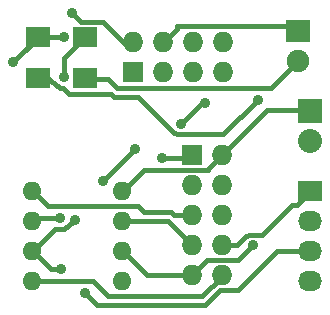
<source format=gbr>
G04 #@! TF.FileFunction,Copper,L2,Bot,Signal*
%FSLAX46Y46*%
G04 Gerber Fmt 4.6, Leading zero omitted, Abs format (unit mm)*
G04 Created by KiCad (PCBNEW 4.0.1-stable) date 5/20/2016 3:53:06 PM*
%MOMM*%
G01*
G04 APERTURE LIST*
%ADD10C,0.100000*%
%ADD11R,1.727200X1.727200*%
%ADD12O,1.727200X1.727200*%
%ADD13R,2.000000X1.900000*%
%ADD14C,1.900000*%
%ADD15O,1.600000X1.600000*%
%ADD16R,2.032000X1.727200*%
%ADD17O,2.032000X1.727200*%
%ADD18R,2.032000X2.032000*%
%ADD19O,2.032000X2.032000*%
%ADD20R,2.000000X1.700000*%
%ADD21C,0.889000*%
%ADD22C,0.400000*%
G04 APERTURE END LIST*
D10*
D11*
X137000000Y-104000000D03*
D12*
X137000000Y-101460000D03*
X139540000Y-104000000D03*
X139540000Y-101460000D03*
X142080000Y-104000000D03*
X142080000Y-101460000D03*
X144620000Y-104000000D03*
X144620000Y-101460000D03*
D11*
X142000000Y-111000000D03*
D12*
X144540000Y-111000000D03*
X142000000Y-113540000D03*
X144540000Y-113540000D03*
X142000000Y-116080000D03*
X144540000Y-116080000D03*
X142000000Y-118620000D03*
X144540000Y-118620000D03*
X142000000Y-121160000D03*
X144540000Y-121160000D03*
D13*
X151000000Y-100500000D03*
D14*
X151000000Y-103040000D03*
D15*
X128500000Y-114000000D03*
X128500000Y-116540000D03*
X128500000Y-119080000D03*
X128500000Y-121620000D03*
X136120000Y-121620000D03*
X136120000Y-119080000D03*
X136120000Y-116540000D03*
X136120000Y-114000000D03*
D16*
X152000000Y-114000000D03*
D17*
X152000000Y-116540000D03*
X152000000Y-119080000D03*
X152000000Y-121620000D03*
D18*
X152000000Y-107250000D03*
D19*
X152000000Y-109790000D03*
D20*
X129000000Y-101000000D03*
X133000000Y-101000000D03*
X129000000Y-104500000D03*
X133000000Y-104500000D03*
D21*
X131191000Y-104394000D03*
X131191000Y-100965000D03*
X126873000Y-103124000D03*
X130810000Y-116332000D03*
X131826000Y-98933000D03*
X132080000Y-116459000D03*
X134493000Y-113157000D03*
X137160000Y-110490000D03*
X130937000Y-120650000D03*
X132969000Y-122682000D03*
X139446000Y-111252000D03*
X147193000Y-118618000D03*
X141097000Y-108331000D03*
X143129000Y-106553000D03*
X147574000Y-106299000D03*
D22*
X144540000Y-111000000D02*
X144526000Y-110998000D01*
X144526000Y-110998000D02*
X148336000Y-107188000D01*
X148336000Y-107188000D02*
X152019000Y-107188000D01*
X152019000Y-107188000D02*
X152000000Y-107250000D01*
X136120000Y-114000000D02*
X136144000Y-114046000D01*
X136144000Y-114046000D02*
X137922000Y-112268000D01*
X137922000Y-112268000D02*
X143383000Y-112268000D01*
X143383000Y-112268000D02*
X143383000Y-112141000D01*
X143383000Y-112141000D02*
X144526000Y-110998000D01*
X144526000Y-110998000D02*
X144540000Y-111000000D01*
X131191000Y-104394000D02*
X131191000Y-102743000D01*
X131191000Y-102743000D02*
X132969000Y-100965000D01*
X132969000Y-100965000D02*
X133000000Y-101000000D01*
X133000000Y-101000000D02*
X132969000Y-100965000D01*
X132969000Y-100965000D02*
X133000000Y-101000000D01*
X152000000Y-114000000D02*
X152019000Y-114046000D01*
X152019000Y-114046000D02*
X150876000Y-115189000D01*
X150876000Y-115189000D02*
X150495000Y-115189000D01*
X150495000Y-115189000D02*
X147955000Y-117729000D01*
X147955000Y-117729000D02*
X146812000Y-117729000D01*
X146812000Y-117729000D02*
X146685000Y-117856000D01*
X146685000Y-117856000D02*
X146558000Y-117856000D01*
X146558000Y-117856000D02*
X145796000Y-118618000D01*
X145796000Y-118618000D02*
X144526000Y-118618000D01*
X144526000Y-118618000D02*
X144540000Y-118620000D01*
X144540000Y-121160000D02*
X144526000Y-121158000D01*
X144526000Y-121158000D02*
X144526000Y-121285000D01*
X144526000Y-121285000D02*
X142875000Y-122936000D01*
X142875000Y-122936000D02*
X134874000Y-122936000D01*
X134874000Y-122936000D02*
X133604000Y-121666000D01*
X133604000Y-121666000D02*
X128524000Y-121666000D01*
X128524000Y-121666000D02*
X128500000Y-121620000D01*
X151000000Y-100500000D02*
X151003000Y-100457000D01*
X151003000Y-100457000D02*
X150622000Y-100076000D01*
X150622000Y-100076000D02*
X140716000Y-100076000D01*
X140716000Y-100076000D02*
X140716000Y-100330000D01*
X140716000Y-100330000D02*
X139573000Y-101473000D01*
X139573000Y-101473000D02*
X139540000Y-101460000D01*
X151000000Y-103040000D02*
X151003000Y-102997000D01*
X151003000Y-102997000D02*
X148717000Y-105283000D01*
X148717000Y-105283000D02*
X135636000Y-105283000D01*
X135636000Y-105283000D02*
X134874000Y-104521000D01*
X134874000Y-104521000D02*
X132969000Y-104521000D01*
X132969000Y-104521000D02*
X133000000Y-104500000D01*
X128500000Y-114000000D02*
X128524000Y-114046000D01*
X128524000Y-114046000D02*
X129794000Y-115316000D01*
X129794000Y-115316000D02*
X137414000Y-115316000D01*
X137414000Y-115316000D02*
X137922000Y-115824000D01*
X137922000Y-115824000D02*
X140208000Y-115824000D01*
X140208000Y-115824000D02*
X140462000Y-116078000D01*
X140462000Y-116078000D02*
X141986000Y-116078000D01*
X141986000Y-116078000D02*
X142000000Y-116080000D01*
X129000000Y-101000000D02*
X129032000Y-100965000D01*
X129032000Y-100965000D02*
X131191000Y-100965000D01*
X129000000Y-101000000D02*
X129032000Y-100965000D01*
X129032000Y-100965000D02*
X126873000Y-103124000D01*
X128500000Y-116540000D02*
X128524000Y-116586000D01*
X128524000Y-116586000D02*
X128778000Y-116332000D01*
X128778000Y-116332000D02*
X130810000Y-116332000D01*
X131826000Y-98933000D02*
X132588000Y-99695000D01*
X132588000Y-99695000D02*
X134493000Y-99695000D01*
X134493000Y-99695000D02*
X136271000Y-101473000D01*
X136271000Y-101473000D02*
X137033000Y-101473000D01*
X137033000Y-101473000D02*
X137000000Y-101460000D01*
X128500000Y-119080000D02*
X128524000Y-119126000D01*
X128524000Y-119126000D02*
X130429000Y-117221000D01*
X130429000Y-117221000D02*
X131191000Y-117221000D01*
X131191000Y-117221000D02*
X131318000Y-117094000D01*
X131318000Y-117094000D02*
X131445000Y-117094000D01*
X131445000Y-117094000D02*
X132080000Y-116459000D01*
X134493000Y-113157000D02*
X137160000Y-110490000D01*
X128500000Y-119080000D02*
X128524000Y-119126000D01*
X128524000Y-119126000D02*
X130048000Y-120650000D01*
X130048000Y-120650000D02*
X130937000Y-120650000D01*
X132969000Y-122682000D02*
X133985000Y-123698000D01*
X133985000Y-123698000D02*
X143129000Y-123698000D01*
X143129000Y-123698000D02*
X144399000Y-122428000D01*
X144399000Y-122428000D02*
X145923000Y-122428000D01*
X145923000Y-122428000D02*
X149225000Y-119126000D01*
X149225000Y-119126000D02*
X152019000Y-119126000D01*
X152019000Y-119126000D02*
X152000000Y-119080000D01*
X142000000Y-111000000D02*
X141986000Y-110998000D01*
X141986000Y-110998000D02*
X141732000Y-111252000D01*
X141732000Y-111252000D02*
X139446000Y-111252000D01*
X142000000Y-121160000D02*
X141986000Y-121158000D01*
X141986000Y-121158000D02*
X143256000Y-119888000D01*
X143256000Y-119888000D02*
X145923000Y-119888000D01*
X145923000Y-119888000D02*
X147193000Y-118618000D01*
X136120000Y-119080000D02*
X136144000Y-119126000D01*
X136144000Y-119126000D02*
X138176000Y-121158000D01*
X138176000Y-121158000D02*
X141986000Y-121158000D01*
X141986000Y-121158000D02*
X142000000Y-121160000D01*
X141097000Y-108331000D02*
X142875000Y-106553000D01*
X142875000Y-106553000D02*
X143129000Y-106553000D01*
X142000000Y-118620000D02*
X141986000Y-118618000D01*
X141986000Y-118618000D02*
X139954000Y-116586000D01*
X139954000Y-116586000D02*
X136144000Y-116586000D01*
X136144000Y-116586000D02*
X136120000Y-116540000D01*
X147574000Y-106299000D02*
X144653000Y-109220000D01*
X144653000Y-109220000D02*
X140716000Y-109220000D01*
X140716000Y-109220000D02*
X140589000Y-109093000D01*
X140589000Y-109093000D02*
X140462000Y-109093000D01*
X140462000Y-109093000D02*
X137414000Y-106045000D01*
X137414000Y-106045000D02*
X135382000Y-106045000D01*
X135382000Y-106045000D02*
X135128000Y-105791000D01*
X135128000Y-105791000D02*
X131572000Y-105791000D01*
X131572000Y-105791000D02*
X131064000Y-105283000D01*
X131064000Y-105283000D02*
X130810000Y-105283000D01*
X130810000Y-105283000D02*
X130683000Y-105156000D01*
X130683000Y-105156000D02*
X130556000Y-105156000D01*
X130556000Y-105156000D02*
X129921000Y-104521000D01*
X129921000Y-104521000D02*
X129032000Y-104521000D01*
X129032000Y-104521000D02*
X129000000Y-104500000D01*
M02*

</source>
